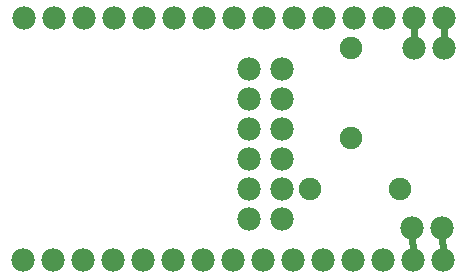
<source format=gtl>
G04 MADE WITH FRITZING*
G04 WWW.FRITZING.ORG*
G04 DOUBLE SIDED*
G04 HOLES PLATED*
G04 CONTOUR ON CENTER OF CONTOUR VECTOR*
%ASAXBY*%
%FSLAX23Y23*%
%MOIN*%
%OFA0B0*%
%SFA1.0B1.0*%
%ADD10C,0.075000*%
%ADD11C,0.078000*%
%ADD12C,0.024000*%
%LNCOPPER1*%
G90*
G70*
G54D10*
X1154Y775D03*
X1154Y475D03*
X1154Y775D03*
X1154Y475D03*
X1019Y304D03*
X1319Y304D03*
X1019Y304D03*
X1319Y304D03*
G54D11*
X1358Y174D03*
X1458Y174D03*
X1358Y174D03*
X1458Y174D03*
X1365Y774D03*
X1465Y774D03*
X1365Y774D03*
X1465Y774D03*
X815Y705D03*
X815Y605D03*
X815Y505D03*
X815Y405D03*
X815Y305D03*
X815Y205D03*
X815Y705D03*
X815Y605D03*
X815Y505D03*
X815Y405D03*
X815Y305D03*
X815Y205D03*
X924Y704D03*
X924Y604D03*
X924Y504D03*
X924Y404D03*
X924Y304D03*
X924Y204D03*
X924Y704D03*
X924Y604D03*
X924Y504D03*
X924Y404D03*
X924Y304D03*
X924Y204D03*
X61Y69D03*
X161Y69D03*
X261Y69D03*
X361Y69D03*
X461Y69D03*
X561Y69D03*
X661Y69D03*
X761Y69D03*
X861Y69D03*
X961Y69D03*
X1061Y69D03*
X1161Y69D03*
X1261Y69D03*
X1361Y69D03*
X1461Y69D03*
X64Y874D03*
X164Y874D03*
X264Y874D03*
X364Y874D03*
X464Y874D03*
X564Y874D03*
X664Y874D03*
X764Y874D03*
X864Y874D03*
X964Y874D03*
X1064Y874D03*
X1164Y874D03*
X1264Y874D03*
X1364Y874D03*
X1464Y874D03*
G54D12*
X1359Y144D02*
X1360Y99D01*
D02*
X1459Y144D02*
X1460Y99D01*
D02*
X1364Y844D02*
X1365Y804D01*
D02*
X1464Y844D02*
X1465Y804D01*
G04 End of Copper1*
M02*
</source>
